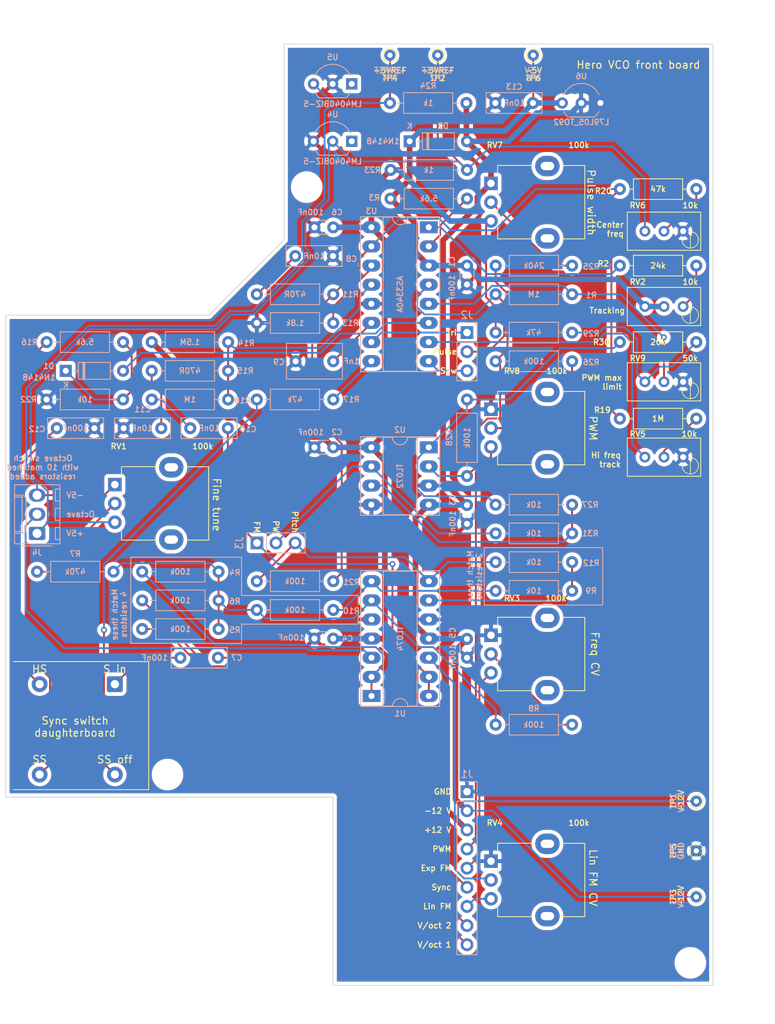
<source format=kicad_pcb>
(kicad_pcb (version 20211014) (generator pcbnew)
  (layers (0 "F.Cu" signal) (31 "B.Cu" signal) (34 "B.Paste" user) (35 "F.Paste" user) (36 "B.SilkS" user "B.Silkscreen") (37 "F.SilkS" user "F.Silkscreen") (38 "B.Mask" user) (39 "F.Mask" user) (44 "Edge.Cuts" user))
  (net 0 "")
  (net 1 "Board_0-+12V")
  (net 2 "Board_0--12V")
  (net 3 "Board_0--5V")
  (net 4 "Board_0-/Front PCB/+5V_REF")
  (net 5 "Board_0-/Front PCB/-5V_REF")
  (net 6 "Board_0-/Front PCB/CENTER_FREQ")
  (net 7 "Board_0-/Front PCB/CV_IN")
  (net 8 "Board_0-/Front PCB/CV_SUM")
  (net 9 "Board_0-/Front PCB/FINE_TUNE")
  (net 10 "Board_0-/Front PCB/FREQ_CV")
  (net 11 "Board_0-/Front PCB/HARD_SYNCA")
  (net 12 "Board_0-/Front PCB/HI_FREQ_TRACK")
  (net 13 "Board_0-/Front PCB/LINK_OUT_FM")
  (net 14 "Board_0-/Front PCB/LINK_OUT_PW")
  (net 15 "Board_0-/Front PCB/LIN_FM_CV")
  (net 16 "Board_0-/Front PCB/LIN_FM_IN")
  (net 17 "Board_0-/Front PCB/OCTAVE")
  (net 18 "Board_0-/Front PCB/PULSE_OUT")
  (net 19 "Board_0-/Front PCB/PULSE_WIDTH")
  (net 20 "Board_0-/Front PCB/PWM")
  (net 21 "Board_0-/Front PCB/PWMIN")
  (net 22 "Board_0-/Front PCB/SAW_OUT")
  (net 23 "Board_0-/Front PCB/SOFT_SYNCA")
  (net 24 "Board_0-/Front PCB/SOFT_SYNC_OFF")
  (net 25 "Board_0-/Front PCB/SYNC")
  (net 26 "Board_0-/Front PCB/SYNCA")
  (net 27 "Board_0-/Front PCB/TRIANGLE_OUT")
  (net 28 "Board_0-/Front PCB/V_OCT")
  (net 29 "Board_0-/Front PCB/V_OCT2")
  (net 30 "Board_0-CV_NODE")
  (net 31 "Board_0-GND")
  (net 32 "Board_0-HARD_SYNC")
  (net 33 "Board_0-HFT")
  (net 34 "Board_0-LIN_FM")
  (net 35 "Board_0-Net-(C10-Pad1)")
  (net 36 "Board_0-Net-(C11-Pad1)")
  (net 37 "Board_0-Net-(C8-Pad1)")
  (net 38 "Board_0-Net-(C9-Pad2)")
  (net 39 "Board_0-Net-(D1-Pad1)")
  (net 40 "Board_0-Net-(R10-Pad1)")
  (net 41 "Board_0-Net-(R10-Pad2)")
  (net 42 "Board_0-Net-(R12-Pad2)")
  (net 43 "Board_0-Net-(R13-Pad1)")
  (net 44 "Board_0-Net-(R2-Pad1)")
  (net 45 "Board_0-Net-(R2-Pad2)")
  (net 46 "Board_0-Net-(R25-Pad1)")
  (net 47 "Board_0-Net-(R27-Pad1)")
  (net 48 "Board_0-Net-(R27-Pad2)")
  (net 49 "Board_0-Net-(R29-Pad1)")
  (net 50 "Board_0-Net-(R3-Pad1)")
  (net 51 "Board_0-Net-(R4-Pad2)")
  (net 52 "Board_0-PWM_IN")
  (net 53 "Board_0-SOFT_SYNC")
  (footprint "ao_tht:R_Axial_DIN0207_L6.3mm_D2.5mm_P10.16mm_Horizontal" (layer "F.Cu") (at 183.43 86.24)
    (fp_text reference "R19")
    (fp_text value "1M")
  )
  (footprint "ao_tht:TestPoint_THTPad_D1.5mm_Drill0.7mm" (layer "F.Cu") (at 171.92 37.98 180)
    (fp_text reference "TP6")
    (fp_text value "-5V")
  )
  (footprint "herovco:SolderWire-round_1x01_D0.9mm_OD2.1mm" (layer "F.Cu") (at 106.3 121.5)
    (fp_text reference "J8" hide)
    (fp_text value "Conn_01x01" hide)
  )
  (footprint "ao_tht:MountingHole_3.2mm_M3" (layer "F.Cu") (at 192.8 158.5)
    (fp_text reference "H3" hide)
    (fp_text value "MountingHole")
  )
  (footprint "ao_tht:Potentiometer_Alpha_RD901F-40-00D_Single_Vertical_centered" (layer "F.Cu") (at 173.8 57.5)
    (fp_text reference "RV7")
    (fp_text value "100k")
  )
  (footprint "ao_tht:R_Axial_DIN0207_L6.3mm_D2.5mm_P10.16mm_Horizontal" (layer "F.Cu") (at 183.43 65.92)
    (fp_text reference "R2")
    (fp_text value "24k")
  )
  (footprint "ao_tht:MountingHole_3.2mm_M3" (layer "F.Cu") (at 141.8 55.5)
    (fp_text reference "H2" hide)
    (fp_text value "MountingHole")
  )
  (footprint "ao_tht:Potentiometer_Bourns_3296W_Vertical_screw_centered" (layer "F.Cu") (at 192.8 82.5)
    (fp_text reference "RV9")
    (fp_text value "50k")
  )
  (footprint "herovco:SolderWire-round_1x01_D0.9mm_OD2.1mm" (layer "F.Cu") (at 106.3 133.5)
    (fp_text reference "J7" hide)
    (fp_text value "Conn_01x01" hide)
  )
  (footprint "ao_tht:Potentiometer_Bourns_3296W_Vertical_screw_centered" (layer "F.Cu") (at 192.8 62.5)
    (fp_text reference "RV6")
    (fp_text value "10k")
  )
  (footprint "ao_tht:Potentiometer_Alpha_RD901F-40-00D_Single_Vertical_centered" (layer "F.Cu") (at 173.8 117.5)
    (fp_text reference "RV3")
    (fp_text value "100k")
  )
  (footprint "ao_tht:R_Axial_DIN0207_L6.3mm_D2.5mm_P10.16mm_Horizontal" (layer "F.Cu") (at 183.43 55.76)
    (fp_text reference "R20")
    (fp_text value "47k")
  )
  (footprint "ao_tht:Potentiometer_Alpha_RD901F-40-00D_Single_Vertical_centered" (layer "F.Cu") (at 123.8 97.5)
    (fp_text reference "RV1")
    (fp_text value "100k")
  )
  (footprint "ao_tht:Potentiometer_Alpha_RD901F-40-00D_Single_Vertical_centered" (layer "F.Cu") (at 173.8 87.5)
    (fp_text reference "RV8")
    (fp_text value "100k")
  )
  (footprint "ao_tht:TestPoint_THTPad_D1.5mm_Drill0.7mm" (layer "F.Cu") (at 159.22 37.98 180)
    (fp_text reference "TP2")
    (fp_text value "+5VREF")
  )
  (footprint "ao_tht:R_Axial_DIN0207_L6.3mm_D2.5mm_P10.16mm_Horizontal" (layer "F.Cu") (at 193.59 76.08 180)
    (fp_text reference "R30")
    (fp_text value "20k")
  )
  (footprint "ao_tht:TestPoint_THTPad_D1.5mm_Drill0.7mm" (layer "F.Cu") (at 193.59 137.04 90)
    (fp_text reference "TP1")
    (fp_text value "+12V")
  )
  (footprint "ao_tht:TestPoint_THTPad_D1.5mm_Drill0.7mm" (layer "F.Cu") (at 152.87 37.98 180)
    (fp_text reference "TP4")
    (fp_text value "-5VREF")
  )
  (footprint "ao_tht:Potentiometer_Bourns_3296W_Vertical_screw_centered" (layer "F.Cu") (at 192.8 72.5)
    (fp_text reference "RV2")
    (fp_text value "10k")
  )
  (footprint "ao_tht:Potentiometer_Bourns_3296W_Vertical_screw_centered" (layer "F.Cu") (at 192.8 92.5)
    (fp_text reference "RV5")
    (fp_text value "10k")
  )
  (footprint "herovco:SolderWire-round_1x01_D0.9mm_OD2.1mm" (layer "F.Cu") (at 116.3 133.5)
    (fp_text reference "J6" hide)
    (fp_text value "Conn_01x01" hide)
  )
  (footprint "ao_tht:Potentiometer_Alpha_RD901F-40-00D_Single_Vertical_centered" (layer "F.Cu") (at 173.8 147.5)
    (fp_text reference "RV4")
    (fp_text value "100k")
  )
  (footprint "ao_tht:MountingHole_3.2mm_M3" (layer "F.Cu") (at 123.3 133.5)
    (fp_text reference "H1" hide)
    (fp_text value "MountingHole")
  )
  (footprint "ao_tht:Board_Marker" (layer "F.Cu") (at 157.065 36.5)
    (fp_text reference "B1")
    (fp_text value "Board")
  )
  (footprint "ao_tht:TestPoint_THTPad_D1.5mm_Drill0.7mm" (layer "F.Cu") (at 193.59 143.63 90)
    (fp_text reference "TP5")
    (fp_text value "GND")
  )
  (footprint "Connector_Wire:SolderWire-0.5sqmm_1x01_D0.9mm_OD2.1mm" (layer "F.Cu") (at 116.3 121.5)
    (fp_text reference "J5" hide)
    (fp_text value "Wire pads" hide)
  )
  (footprint "ao_tht:TestPoint_THTPad_D1.5mm_Drill0.7mm" (layer "F.Cu") (at 193.59 149.74 90)
    (fp_text reference "TP3")
    (fp_text value "-12V")
  )
  (footprint "ao_tht:R_Axial_DIN0207_L6.3mm_D2.5mm_P10.16mm_Horizontal" (layer "B.Cu") (at 177.08 109.1 180)
    (fp_text reference "R9")
    (fp_text value "10k")
  )
  (footprint "ao_tht:R_Axial_DIN0207_L6.3mm_D2.5mm_P10.16mm_Horizontal" (layer "B.Cu") (at 145.33 73.54 180)
    (fp_text reference "R13")
    (fp_text value "1.8k")
  )
  (footprint "ao_tht:C_Rect_L7.2mm_W2.5mm_P5.00mm_FKS2_FKP2_MKS2_MKP2" (layer "B.Cu") (at 113.58 87.51 180)
    (fp_text reference "C12")
    (fp_text value "100nF")
  )
  (footprint "ao_tht:R_Axial_DIN0207_L6.3mm_D2.5mm_P10.16mm_Horizontal" (layer "B.Cu") (at 145.33 111.64 180)
    (fp_text reference "R10")
    (fp_text value "100k")
  )
  (footprint "Connector_PinHeader_2.54mm:PinHeader_1x03_P2.54mm_Vertical" (layer "B.Cu") (at 163.11 74.81 180)
    (fp_text reference "J2")
    (fp_text value "Conn_01x03")
  )
  (footprint "ao_tht:R_Axial_DIN0207_L6.3mm_D2.5mm_P10.16mm_Horizontal" (layer "B.Cu") (at 145.33 69.73 180)
    (fp_text reference "R11")
    (fp_text value "470R")
  )
  (footprint "ao_tht:R_Axial_DIN0207_L6.3mm_D2.5mm_P10.16mm_Horizontal" (layer "B.Cu") (at 131.36 83.7 180)
    (fp_text reference "R18")
    (fp_text value "1M")
  )
  (footprint "ao_tht:C_Rect_L7.2mm_W2.5mm_P5.00mm_FKS2_FKP2_MKS2_MKP2" (layer "B.Cu") (at 122.47 87.51 180)
    (fp_text reference "C11")
    (fp_text value "10nF")
  )
  (footprint "ao_tht:TO-92_Inline_Wide" (layer "B.Cu") (at 147.79 49.41 180)
    (fp_text reference "U4")
    (fp_text value "LM4040BIZ-5")
  )
  (footprint "ao_tht:DIP-16_W7.62mm_Socket_LongPads" (layer "B.Cu") (at 158.02 60.83 180)
    (fp_text reference "U3")
    (fp_text value "AS3340A")
  )
  (footprint "ao_tht:R_Axial_DIN0207_L6.3mm_D2.5mm_P10.16mm_Horizontal" (layer "B.Cu") (at 166.92 105.29)
    (fp_text reference "R12")
    (fp_text value "10k")
  )
  (footprint "ao_tht:R_Axial_DIN0207_L6.3mm_D2.5mm_P10.16mm_Horizontal" (layer "B.Cu") (at 166.92 101.48)
    (fp_text reference "R31")
    (fp_text value "10k")
  )
  (footprint "Capacitor_THT:C_Rect_L7.2mm_W4.5mm_P5.00mm_FKS2_FKP2_MKS2_MKP2" (layer "B.Cu") (at 140.33 78.62)
    (fp_text reference "C9")
    (fp_text value "1nF")
  )
  (footprint "ao_tht:R_Axial_DIN0207_L6.3mm_D2.5mm_P10.16mm_Horizontal" (layer "B.Cu") (at 152.95 53.22)
    (fp_text reference "R23")
    (fp_text value "1k")
  )
  (footprint "ao_tht:R_Axial_DIN0207_L6.3mm_D2.5mm_P10.16mm_Horizontal" (layer "B.Cu") (at 145.33 83.7 180)
    (fp_text reference "R17")
    (fp_text value "47k")
  )
  (footprint "Connector_PinHeader_2.54mm:PinHeader_1x09_P2.54mm_Vertical" (layer "B.Cu") (at 163.11 135.77 180)
    (fp_text reference "J1")
    (fp_text value "Conn_01x09")
  )
  (footprint "ao_tht:R_Axial_DIN0207_L6.3mm_D2.5mm_P10.16mm_Horizontal" (layer "B.Cu") (at 166.92 78.62)
    (fp_text reference "R26")
    (fp_text value "100k")
  )
  (footprint "ao_tht:DIP-14_W7.62mm_Socket_LongPads" (layer "B.Cu") (at 150.42 123.07)
    (fp_text reference "U1")
    (fp_text value "TL074")
  )
  (footprint "ao_tht:Molex_KK-254_AE-6410-03A_1x03_P2.54mm_Vertical" (layer "B.Cu") (at 105.96 101.48 90)
    (fp_text reference "J4")
    (fp_text value "3_pin_Molex_header")
  )
  (footprint "ao_tht:R_Axial_DIN0207_L6.3mm_D2.5mm_P10.16mm_Horizontal" (layer "B.Cu") (at 131.36 79.89 180)
    (fp_text reference "R15")
    (fp_text value "470R")
  )
  (footprint "ao_tht:R_Axial_DIN0207_L6.3mm_D2.5mm_P10.16mm_Horizontal" (layer "B.Cu") (at 145.33 107.83 180)
    (fp_text reference "R21")
    (fp_text value "100k")
  )
  (footprint "ao_tht:C_Rect_L7.2mm_W2.5mm_P5.00mm_FKS2_FKP2_MKS2_MKP2" (layer "B.Cu") (at 125.01 117.99)
    (fp_text reference "C7")
    (fp_text value "100nF")
  )
  (footprint "ao_tht:C_Disc_D3.0mm_W1.6mm_P2.50mm" (layer "B.Cu") (at 145.33 90.05 180)
    (fp_text reference "C2")
    (fp_text value "100nF")
  )
  (footprint "ao_tht:R_Axial_DIN0207_L6.3mm_D2.5mm_P10.16mm_Horizontal" (layer "B.Cu") (at 177.08 74.81 180)
    (fp_text reference "R29")
    (fp_text value "47k")
  )
  (footprint "ao_tht:C_Disc_D3.0mm_W1.6mm_P2.50mm" (layer "B.Cu") (at 163.11 117.99 90)
    (fp_text reference "C5")
    (fp_text value "100nF")
  )
  (footprint "ao_tht:R_Axial_DIN0207_L6.3mm_D2.5mm_P10.16mm_Horizontal" (layer "B.Cu") (at 166.92 126.88)
    (fp_text reference "R8")
    (fp_text value "100k")
  )
  (footprint "ao_tht:R_Axial_DIN0207_L6.3mm_D2.5mm_P10.16mm_Horizontal" (layer "B.Cu") (at 121.2 76.08)
    (fp_text reference "R14")
    (fp_text value "1.5M")
  )
  (footprint "ao_tht:DIP-8_W7.62mm_Socket_LongPads" (layer "B.Cu") (at 158.02 90.05 180)
    (fp_text reference "U2")
    (fp_text value "TL072")
  )
  (footprint "ao_tht:C_Rect_L7.2mm_W2.5mm_P5.00mm_FKS2_FKP2_MKS2_MKP2" (layer "B.Cu") (at 166.88 44.33)
    (fp_text reference "C13")
    (fp_text value "10nF")
  )
  (footprint "Connector_PinHeader_2.54mm:PinHeader_1x03_P2.54mm_Vertical" (layer "B.Cu") (at 135.185 102.75 -90)
    (fp_text reference "J3")
    (fp_text value "Conn_01x03")
  )
  (footprint "ao_tht:R_Axial_DIN0207_L6.3mm_D2.5mm_P10.16mm_Horizontal" (layer "B.Cu") (at 130.09 110.37 180)
    (fp_text reference "R6")
    (fp_text value "100k")
  )
  (footprint "ao_tht:R_Axial_DIN0207_L6.3mm_D2.5mm_P10.16mm_Horizontal" (layer "B.Cu") (at 163.11 57.03 180)
    (fp_text reference "R3")
    (fp_text value "5.6k")
  )
  (footprint "ao_tht:D_DO-35_SOD27_P7.62mm_Horizontal" (layer "B.Cu") (at 155.49 49.41)
    (fp_text reference "D2")
    (fp_text value "1N4148")
  )
  (footprint "ao_tht:R_Axial_DIN0207_L6.3mm_D2.5mm_P10.16mm_Horizontal" (layer "B.Cu") (at 152.87 44.33)
    (fp_text reference "R24")
    (fp_text value "1k")
  )
  (footprint "ao_tht:R_Axial_DIN0207_L6.3mm_D2.5mm_P10.16mm_Horizontal" (layer "B.Cu") (at 130.09 106.56 180)
    (fp_text reference "R4")
    (fp_text value "100k")
  )
  (footprint "ao_tht:R_Axial_DIN0207_L6.3mm_D2.5mm_P10.16mm_Horizontal" (layer "B.Cu") (at 116.12 106.56 180)
    (fp_text reference "R7")
    (fp_text value "470k")
  )
  (footprint "ao_tht:C_Rect_L7.2mm_W2.5mm_P5.00mm_FKS2_FKP2_MKS2_MKP2" (layer "B.Cu") (at 140.29 64.65)
    (fp_text reference "C8")
    (fp_text value "10nF")
  )
  (footprint "ao_tht:C_Disc_D3.0mm_W1.6mm_P2.50mm" (layer "B.Cu") (at 163.11 65.92 -90)
    (fp_text reference "C1")
    (fp_text value "100nF")
  )
  (footprint "ao_tht:D_DO-35_SOD27_P7.62mm_Horizontal" (layer "B.Cu") (at 109.77 79.89)
    (fp_text reference "D1")
    (fp_text value "1N4148")
  )
  (footprint "ao_tht:R_Axial_DIN0207_L6.3mm_D2.5mm_P10.16mm_Horizontal" (layer "B.Cu") (at 163.11 83.7 -90)
    (fp_text reference "R28")
    (fp_text value "100k")
  )
  (footprint "ao_tht:R_Axial_DIN0207_L6.3mm_D2.5mm_P10.16mm_Horizontal" (layer "B.Cu") (at 166.92 65.92)
    (fp_text reference "R25")
    (fp_text value "240k")
  )
  (footprint "ao_tht:R_Axial_DIN0207_L6.3mm_D2.5mm_P10.16mm_Horizontal" (layer "B.Cu") (at 117.39 76.08 180)
    (fp_text reference "R16")
    (fp_text value "5.6k")
  )
  (footprint "ao_tht:C_Disc_D3.0mm_W1.6mm_P2.50mm" (layer "B.Cu") (at 163.11 100.21 90)
    (fp_text reference "C3")
    (fp_text value "100nF")
  )
  (footprint "ao_tht:TO-92_Inline_Wide" (layer "B.Cu") (at 180.85 44.33 180)
    (fp_text reference "U6")
    (fp_text value "L79L05_TO92")
  )
  (footprint "ao_tht:C_Disc_D3.0mm_W1.6mm_P2.50mm" (layer "B.Cu") (at 145.33 115.45 180)
    (fp_text reference "C4")
    (fp_text value "100nF")
  )
  (footprint "ao_tht:TO-92_Inline_Wide" (layer "B.Cu") (at 147.79 41.79 180)
    (fp_text reference "U5")
    (fp_text value "LM4040BIZ-5")
  )
  (footprint "ao_tht:R_Axial_DIN0207_L6.3mm_D2.5mm_P10.16mm_Horizontal" (layer "B.Cu") (at 166.92 69.73)
    (fp_text reference "R1")
    (fp_text value "1M")
  )
  (footprint "ao_tht:R_Axial_DIN0207_L6.3mm_D2.5mm_P10.16mm_Horizontal" (layer "B.Cu") (at 177.08 97.67 180)
    (fp_text reference "R27")
    (fp_text value "10k")
  )
  (footprint "ao_tht:C_Disc_D3.0mm_W1.6mm_P2.50mm" (layer "B.Cu") (at 145.33 60.84 180)
    (fp_text reference "C6")
    (fp_text value "100nF")
  )
  (footprint "ao_tht:R_Axial_DIN0207_L6.3mm_D2.5mm_P10.16mm_Horizontal" (layer "B.Cu") (at 107.23 83.7)
    (fp_text reference "R22")
    (fp_text value "10k")
  )
  (footprint "ao_tht:C_Rect_L7.2mm_W2.5mm_P5.00mm_FKS2_FKP2_MKS2_MKP2" (layer "B.Cu") (at 126.32 87.51)
    (fp_text reference "C10")
    (fp_text value "10nF")
  )
  (footprint "ao_tht:R_Axial_DIN0207_L6.3mm_D2.5mm_P10.16mm_Horizontal" (layer "B.Cu") (at 130.09 114.18 180)
    (fp_text reference "R5")
    (fp_text value "100k")
  )
  (gr_line (start 133.144 116.07) (end 133.144 113.53) (layer "B.SilkS") (width 0.12))
  (gr_line (start 133.144 104.64) (end 118.412 104.64) (layer "B.SilkS") (width 0.12))
  (gr_line (start 133.144 109.72) (end 133.144 104.64) (layer "B.SilkS") (width 0.12))
  (gr_line (start 148.638 110.99) (end 148.638 109.72) (layer "B.SilkS") (width 0.12))
  (gr_line (start 165.402 103.37) (end 165.402 110.99) (layer "B.SilkS") (width 0.12))
  (gr_line (start 133.144 113.53) (end 148.638 113.53) (layer "B.SilkS") (width 0.12))
  (gr_line (start 118.412 116.07) (end 133.144 116.07) (layer "B.SilkS") (width 0.12))
  (gr_line (start 181.15 110.99) (end 181.15 103.37) (layer "B.SilkS") (width 0.12))
  (gr_line (start 148.638 109.72) (end 133.144 109.72) (layer "B.SilkS") (width 0.12))
  (gr_line (start 148.638 113.53) (end 148.638 112.26) (layer "B.SilkS") (width 0.12))
  (gr_line (start 118.412 104.64) (end 118.412 116.07) (layer "B.SilkS") (width 0.12))
  (gr_line (start 181.15 103.37) (end 165.402 103.37) (layer "B.SilkS") (width 0.12))
  (gr_line (start 165.402 110.99) (end 181.15 110.99) (layer "B.SilkS") (width 0.12))
  (gr_line (start 120.8 118.5) (end 102.8 118.5) (layer "F.SilkS") (width 0.12))
  (gr_line (start 120.8 135.5) (end 102.8 135.5) (layer "F.SilkS") (width 0.12))
  (gr_line (start 120.8 118.5) (end 120.8 135.5) (layer "F.SilkS") (width 0.12))
  (gr_line (start 195.800707 36.499292) (end 195.800707 161.500707) (layer "Edge.Cuts") (width 0.1))
  (gr_line (start 145.299 136.501) (end 101.799 136.5) (layer "Edge.Cuts") (width 0.1))
  (gr_line (start 138.799617 36.499076) (end 195.800707 36.499292) (layer "Edge.Cuts") (width 0.1))
  (gr_line (start 145.299709 161.500956) (end 145.299 136.501) (layer "Edge.Cuts") (width 0.1))
  (gr_line (start 101.799292 72.499292) (end 128.799585 72.499) (layer "Edge.Cuts") (width 0.1))
  (gr_line (start 195.800707 161.500707) (end 145.299709 161.500956) (layer "Edge.Cuts") (width 0.1))
  (gr_line (start 101.799 136.5) (end 101.799292 72.499292) (layer "Edge.Cuts") (width 0.1))
  (gr_line (start 128.799585 72.499) (end 138.799 62.499585) (layer "Edge.Cuts") (width 0.1))
  (gr_line (start 138.799 62.499585) (end 138.799617 36.499076) (layer "Edge.Cuts") (width 0.1))
  (gr_text "+5V" (at 109.77 101.48) (layer "B.SilkS") (effects (font (size 0.75 0.75)) (justify right mirror)))
  (gr_text "Octave switch\nwith 10 matched\nresistors added" (at 106.728 92.702) (layer "B.SilkS") (effects (font (size 0.75 0.75)) (justify mirror)))
  (gr_text "Match these\n4 resistors" (at 116.888 112.26 90) (layer "B.SilkS") (effects (font (size 0.75 0.75)) (justify mirror)))
  (gr_text "-5V" (at 109.77 96.4) (layer "B.SilkS") (effects (font (size 0.75 0.75)) (justify right mirror)))
  (gr_text "Octave" (at 109.77 98.94) (layer "B.SilkS") (effects (font (size 0.75 0.75)) (justify right mirror)))
  (gr_text "Match these\n2 resistors" (at 164.132 107.18 90) (layer "B.SilkS") (effects (font (size 0.75 0.75)) (justify mirror)))
  (gr_text "PWM max\nlimit" (at 183.771 81.414) (layer "F.SilkS") (effects (font (size 0.75 0.75)) (justify right)))
  (gr_text "FM" (at 135.17 101.48 270) (layer "F.SilkS") (effects (font (size 0.75 0.75)) (justify right)))
  (gr_text "SS off" (at 116.3 131.5) (layer "F.SilkS") (effects (font (size 1 1))))
  (gr_text "Sync" (at 161.11 148.47) (layer "F.SilkS") (effects (font (size 0.75 0.75)) (justify right)))
  (gr_text "Center\nfreq" (at 184.025 61.094) (layer "F.SilkS") (effects (font (size 0.75 0.75)) (justify right)))
  (gr_text "Lin FM CV" (at 179.874 147.2 -90) (layer "F.SilkS") (effects (font (size 1 1))))
  (gr_text "V/oct 1" (at 161.11 156.09) (layer "F.SilkS") (effects (font (size 0.75 0.75)) (justify right)))
  (gr_text "GND" (at 161.11 135.77) (layer "F.SilkS") (effects (font (size 0.75 0.75)) (justify right)))
  (gr_text "HS" (at 106.3 119.5) (layer "F.SilkS") (effects (font (size 1 1))))
  (gr_text "Fine tune" (at 129.836 97.67 -90) (layer "F.SilkS") (effects (font (size 1 1))))
  (gr_text "PW" (at 137.71 101.48 270) (layer "F.SilkS") (effects (font (size 0.75 0.75)) (justify right)))
  (gr_text "Saw" (at 161.84 79.89) (layer "F.SilkS") (effects (font (size 0.75 0.75)) (justify right)))
  (gr_text "SS" (at 106.3 131.5) (layer "F.SilkS") (effects (font (size 1 1))))
  (gr_text "-12 V" (at 161.11 138.31) (layer "F.SilkS") (effects (font (size 0.75 0.75)) (justify right)))
  (gr_text "V/oct 2" (at 161.11 153.55) (layer "F.SilkS") (effects (font (size 0.75 0.75)) (justify right)))
  (gr_text "Lin FM" (at 161.11 151.01) (layer "F.SilkS") (effects (font (size 0.75 0.75)) (justify right)))
  (gr_text "S in" (at 116.3 119.5) (layer "F.SilkS") (effects (font (size 1 1))))
  (gr_text "+12 V" (at 161.11 140.85) (layer "F.SilkS") (effects (font (size 0.75 0.75)) (justify right)))
  (gr_text "Hi freq\ntrack" (at 183.644 91.701) (layer "F.SilkS") (effects (font (size 0.75 0.75)) (justify right)))
  (gr_text "Pitch" (at 140.25 101.48 270) (layer "F.SilkS") (effects (font (size 0.75 0.75)) (justify right)))
  (gr_text "Exp FM" (at 161.11 145.93) (layer "F.SilkS") (effects (font (size 0.75 0.75)) (justify right)))
  (gr_text "Tracking" (at 181.739 71.889) (layer "F.SilkS") (effects (font (size 0.75 0.75))))
  (gr_text "Pulse width" (at 179.62 57.538 -90) (layer "F.SilkS") (effects (font (size 1 1))))
  (gr_text "Freq CV" (at 180.128 117.482 270) (layer "F.SilkS") (effects (font (size 1 1))))
  (gr_text "Hero VCO front board" (at 185.89 39.26) (layer "F.SilkS") (effects (font (size 1 1))))
  (gr_text "Pulse" (at 161.84 77.35) (layer "F.SilkS") (effects (font (size 0.75 0.75)) (justify right)))
  (gr_text "Sync switch\ndaughterboard" (at 111.01 127.15) (layer "F.SilkS") (effects (font (size 1 1))))
  (gr_text "PWM" (at 161.11 143.39) (layer "F.SilkS") (effects (font (size 0.75 0.75)) (justify right)))
  (gr_text "Tri" (at 161.84 74.81) (layer "F.SilkS") (effects (font (size 0.75 0.75)) (justify right)))
  (gr_text "PWM" (at 179.874 87.51 -90) (layer "F.SilkS") (effects (font (size 1 1))))
  (segment (start 150.4 90.05) (end 152.17452 88.27548) (width 0.75) (layer "F.Cu") (net 1))
  (segment (start 165.65 70.111) (end 166.92 71.381) (width 0.25) (layer "F.Cu") (net 1))
  (segment (start 150.4 60.83) (end 150.4 55.77) (width 0.75) (layer "F.Cu") (net 1))
  (segment (start 156.26548 134.00548) (end 163.11 140.85) (width 0.75) (layer "F.Cu") (net 1))
  (segment (start 131.255489 86.135489) (end 121.2 76.08) (width 0.75) (layer "F.Cu") (net 1))
  (segment (start 151.934 115.45) (end 152.19452 115.18948) (width 0.75) (layer "F.Cu") (net 1))
  (segment (start 166.3 60) (end 165.65 60.65) (width 0.25) (layer "F.Cu") (net 1))
  (segment (start 135.13 88.675489) (end 132.59 86.135489) (width 0.75) (layer "F.Cu") (net 1))
  (segment (start 150.4 90.05) (end 152.19452 91.84452) (width 0.75) (layer "F.Cu") (net 1))
  (segment (start 152.19452 115.83752) (end 156.26548 119.90848) (width 0.75) (layer "F.Cu") (net 1))
  (segment (start 156.26548 119.90848) (end 156.26548 134.00548) (width 0.75) (layer "F.Cu") (net 1))
  (segment (start 165.65 60.65) (end 165.65 70.111) (width 0.25) (layer "F.Cu") (net 1))
  (segment (start 166.92 71.381) (end 166.92 74.81) (width 0.25) (layer "F.Cu") (net 1))
  (segment (start 152.17452 62.60452) (end 150.4 60.83) (width 0.75) (layer "F.Cu") (net 1))
  (segment (start 150.42 115.45) (end 151.934 115.45) (width 0.75) (layer "F.Cu") (net 1))
  (segment (start 132.59 86.135489) (end 131.255489 86.135489) (width 0.75) (layer "F.Cu") (net 1))
  (segment (start 150.4 55.77) (end 152.95 53.22) (width 0.75) (layer "F.Cu") (net 1))
  (segment (start 145.33 90.05) (end 143.955489 88.675489) (width 0.75) (layer "F.Cu") (net 1))
  (segment (start 152.17452 88.27548) (end 152.17452 62.60452) (width 0.75) (layer "F.Cu") (net 1))
  (segment (start 152.19452 91.84452) (end 152.19452 115.18948) (width 0.75) (layer "F.Cu") (net 1))
  (segment (start 143.955489 88.675489) (end 135.13 88.675489) (width 0.75) (layer "F.Cu") (net 1))
  (segment (start 152.19452 115.18948) (end 152.19452 115.83752) (width 0.75) (layer "F.Cu") (net 1))
  (segment (start 160.86137 60) (end 166.3 60) (width 0.75) (layer "B.Cu") (net 1))
  (segment (start 152.95 53.22) (end 154.08137 53.22) (width 0.75) (layer "B.Cu") (net 1))
  (segment (start 150.4 90.05) (end 145.33 90.05) (width 0.75) (layer "B.Cu") (net 1))
  (segment (start 162.71899 137.04) (end 161.935489 137.823501) (width 0.25) (layer "B.Cu") (net 1))
  (segment (start 154.08137 53.22) (end 160.86137 60) (width 0.75) (layer "B.Cu") (net 1))
  (segment (start 150.42 115.45) (end 145.33 115.45) (width 0.75) (layer "B.Cu") (net 1))
  (segment (start 161.935489 139.675489) (end 163.11 140.85) (width 0.25) (layer "B.Cu") (net 1))
  (segment (start 150.4 60.83) (end 145.34 60.83) (width 0.75) (layer "B.Cu") (net 1))
  (segment (start 161.935489 137.823501) (end 161.935489 139.675489) (width 0.25) (layer "B.Cu") (net 1))
  (segment (start 193.59 137.04) (end 162.71899 137.04) (width 0.25) (layer "B.Cu") (net 1))
  (segment (start 166.3 52.6) (end 166.3 55) (width 0.75) (layer "F.Cu") (net 2))
  (segment (start 161.586 136.786) (end 163.11 138.31) (width 0.75) (layer "F.Cu") (net 2))
  (segment (start 163.03 44.33) (end 163.03 49.33) (width 0.75) (layer "F.Cu") (net 2))
  (segment (start 164.484511 58.003768) (end 159.935 62.553279) (width 0.75) (layer "F.Cu") (net 2))
  (segment (start 156.26548 113.67548) (end 158.04 115.45) (width 0.75) (layer "F.Cu") (net 2))
  (segment (start 161.586 117.014) (end 161.586 136.786) (width 0.75) (layer "F.Cu") (net 2))
  (segment (start 164.484511 56.815489) (end 164.484511 58.003768) (width 0.75) (layer "F.Cu") (net 2))
  (segment (start 156.26548 99.42452) (end 156.26548 113.67548) (width 0.75) (layer "F.Cu") (net 2))
  (segment (start 163.11 115.49) (end 161.586 117.014) (width 0.75) (layer "F.Cu") (net 2))
  (segment (start 158.02 97.67) (end 156.26548 99.42452) (width 0.75) (layer "F.Cu") (net 2))
  (segment (start 159.935 62.553279) (end 159.935 94.535) (width 0.75) (layer "F.Cu") (net 2))
  (segment (start 166.3 55) (end 164.484511 56.815489) (width 0.75) (layer "F.Cu") (net 2))
  (segment (start 159.935 94.535) (end 163.11 97.71) (width 0.75) (layer "F.Cu") (net 2))
  (segment (start 163.11 49.41) (end 166.3 52.6) (width 0.75) (layer "F.Cu") (net 2))
  (segment (start 163.11 97.71) (end 158.06 97.71) (width 0.75) (layer "B.Cu") (net 2))
  (segment (start 176.98548 45.65452) (end 178.31 44.33) (width 0.75) (layer "B.Cu") (net 2))
  (segment (start 158.04 115.45) (end 163.07 115.45) (width 0.75) (layer "B.Cu") (net 2))
  (segment (start 166.539 138.31) (end 163.11 138.31) (width 0.25) (layer "B.Cu") (net 2))
  (segment (start 193.59 149.74) (end 177.969 149.74) (width 0.25) (layer "B.Cu") (net 2))
  (segment (start 177.969 149.74) (end 166.539 138.31) (width 0.25) (layer "B.Cu") (net 2))
  (segment (start 163.11 49.41) (end 168.618 49.41) (width 0.75) (layer "B.Cu") (net 2))
  (segment (start 172.37348 45.65452) (end 176.98548 45.65452) (width 0.75) (layer "B.Cu") (net 2))
  (segment (start 168.618 49.41) (end 172.37348 45.65452) (width 0.75) (layer "B.Cu") (net 2))
  (segment (start 152.95 57.03) (end 156.245489 60.325489) (width 0.75) (layer "F.Cu") (net 3))
  (segment (start 155.49 54.49) (end 152.95 57.03) (width 0.75) (layer "F.Cu") (net 3))
  (segment (start 171.92 37.98) (end 171.92 44.29) (width 0.25) (layer "F.Cu") (net 3))
  (segment (start 171.92 44.29) (end 171.88 44.33) (width 0.25) (layer "F.Cu") (net 3))
  (segment (start 156.245489 60.325489) (end 156.245489 64.135489) (width 0.75) (layer "F.Cu") (net 3))
  (segment (start 155.49 49.41) (end 155.49 54.49) (width 0.75) (layer "F.Cu") (net 3))
  (segment (start 156.245489 64.135489) (end 158.02 65.91) (width 0.75) (layer "F.Cu") (net 3))
  (segment (start 164.934021 67.744021) (end 183.154021 67.744021) (width 0.75) (layer "B.Cu") (net 3))
  (segment (start 155.49 49.41) (end 156.864511 48.035489) (width 0.75) (layer "B.Cu") (net 3))
  (segment (start 183.154021 67.744021) (end 186.76 71.35) (width 0.75) (layer "B.Cu") (net 3))
  (segment (start 189.3 71.35) (end 186.76 71.35) (width 0.75) (layer "B.Cu") (net 3))
  (segment (start 163.11 65.92) (end 164.934021 67.744021) (width 0.75) (layer "B.Cu") (net 3))
  (segment (start 156.864511 48.035489) (end 168.174511 48.035489) (width 0.75) (layer "B.Cu") (net 3))
  (segment (start 168.174511 48.035489) (end 171.88 44.33) (width 0.75) (layer "B.Cu") (net 3))
  (segment (start 175.73 44.33) (end 171.88 44.33) (width 0.75) (layer "B.Cu") (net 3))
  (segment (start 158.02 65.91) (end 163.1 65.91) (width 0.75) (layer "B.Cu") (net 3))
  (segment (start 163.11 53.22) (end 159.22 49.33) (width 0.25) (layer "F.Cu") (net 4))
  (segment (start 159.22 49.33) (end 159.22 37.98) (width 0.25) (layer "F.Cu") (net 4))
  (segment (start 131.769511 72.415489) (end 129.814489 74.370511) (width 0.25) (layer "B.Cu") (net 4))
  (segment (start 142.14351 64.082806) (end 142.14351 65.022494) (width 0.25) (layer "B.Cu") (net 4))
  (segment (start 141.635511 63.574807) (end 142.14351 64.082806) (width 0.25) (layer "B.Cu") (net 4))
  (segment (start 145.25 49.41) (end 144.742 49.918) (width 0.25) (layer "B.Cu") (net 4))
  (segment (start 144.742 49.918) (end 144.742 57.157704) (width 0.25) (layer "B.Cu") (net 4))
  (segment (start 186.76 61.35) (end 186.76 54.344) (width 0.25) (layer "B.Cu") (net 4))
  (segment (start 113.003489 74.370511) (end 105.118 82.256) (width 0.25) (layer "B.Cu") (net 4))
  (segment (start 147.935489 52.095489) (end 161.985489 52.095489) (width 0.25) (layer "B.Cu") (net 4))
  (segment (start 186.76 54.344) (end 182.525511 50.109511) (width 0.25) (layer "B.Cu") (net 4))
  (segment (start 166.220489 50.109511) (end 163.11 53.22) (width 0.25) (layer "B.Cu") (net 4))
  (segment (start 129.814489 74.370511) (end 113.003489 74.370511) (width 0.25) (layer "B.Cu") (net 4))
  (segment (start 182.525511 50.109511) (end 166.220489 50.109511) (width 0.25) (layer "B.Cu") (net 4))
  (segment (start 105.118 93.638694) (end 107.38452 95.905214) (width 0.25) (layer "B.Cu") (net 4))
  (segment (start 147.935489 52.095489) (end 145.25 49.41) (width 0.25) (layer "B.Cu") (net 4))
  (segment (start 107.38452 95.905214) (end 107.38452 100.05548) (width 0.25) (layer "B.Cu") (net 4))
  (segment (start 142.14351 65.022494) (end 134.750515 72.415489) (width 0.25) (layer "B.Cu") (net 4))
  (segment (start 107.44 100) (end 116.3 100) (width 0.25) (layer "B.Cu") (net 4))
  (segment (start 134.750515 72.415489) (end 131.769511 72.415489) (width 0.25) (layer "B.Cu") (net 4))
  (segment (start 105.118 82.256) (end 105.118 93.638694) (width 0.25) (layer "B.Cu") (net 4))
  (segment (start 163.11 53.22) (end 161.985489 52.095489) (width 0.25) (layer "B.Cu") (net 4))
  (segment (start 144.742 57.157704) (end 141.635511 60.264193) (width 0.25) (layer "B.Cu") (net 4))
  (segment (start 107.38452 100.05548) (end 107.44 100) (width 0.25) (layer "B.Cu") (net 4))
  (segment (start 141.635511 60.264193) (end 141.635511 63.574807) (width 0.25) (layer "B.Cu") (net 4))
  (segment (start 107.38452 100.05548) (end 105.96 101.48) (width 0.25) (layer "B.Cu") (net 4))
  (segment (start 152.87 44.33) (end 152.87 37.98) (width 0.25) (layer "F.Cu") (net 5))
  (segment (start 114.9 96.4) (end 116.3 95) (width 0.25) (layer "F.Cu") (net 5))
  (segment (start 105.96 96.4) (end 114.9 96.4) (width 0.25) (layer "F.Cu") (net 5))
  (segment (start 134.564321 71.965979) (end 131.583317 71.965979) (width 0.25) (layer "B.Cu") (net 5))
  (segment (start 141.186 63.9557) (end 141.414511 64.184211) (width 0.25) (layer "B.Cu") (net 5))
  (segment (start 112.817282 73.921) (end 104.53548 82.202802) (width 0.25) (layer "B.Cu") (net 5))
  (segment (start 105.96 95.13) (end 105.96 96.4) (width 0.25) (layer "B.Cu") (net 5))
  (segment (start 141.414511 64.184211) (end 141.414511 65.115789) (width 0.25) (layer "B.Cu") (net 5))
  (segment (start 145.25 44.33) (end 142.71 41.79) (width 0.25) (layer "B.Cu") (net 5))
  (segment (start 104.53548 93.70548) (end 105.96 95.13) (width 0.25) (layer "B.Cu") (net 5))
  (segment (start 152.87 44.33) (end 145.25 44.33) (width 0.25) (layer "B.Cu") (net 5))
  (segment (start 131.583317 71.965979) (end 129.628296 73.921) (width 0.25) (layer "B.Cu") (net 5))
  (segment (start 129.628296 73.921) (end 112.817282 73.921) (width 0.25) (layer "B.Cu") (net 5))
  (segment (start 144.175489 45.404511) (end 144.175489 57.088511) (width 0.25) (layer "B.Cu") (net 5))
  (segment (start 144.175489 57.088511) (end 141.186 60.078) (width 0.25) (layer "B.Cu") (net 5))
  (segment (start 141.186 60.078) (end 141.186 63.9557) (width 0.25) (layer "B.Cu") (net 5))
  (segment (start 104.53548 82.202802) (end 104.53548 93.70548) (width 0.25) (layer "B.Cu") (net 5))
  (segment (start 145.25 44.33) (end 144.175489 45.404511) (width 0.25) (layer "B.Cu") (net 5))
  (segment (start 141.414511 65.115789) (end 134.564321 71.965979) (width 0.25) (layer "B.Cu") (net 5))
  (segment (start 193.59 55.76) (end 193.59 57.06) (width 0.25) (layer "F.Cu") (net 6))
  (segment (start 193.59 57.06) (end 189.3 61.35) (width 0.25) (layer "F.Cu") (net 6))
  (segment (start 164.761 121.539) (end 166.3 120) (width 0.25) (layer "F.Cu") (net 7))
  (segment (start 163.11 145.93) (end 164.761 144.279) (width 0.25) (layer "F.Cu") (net 7))
  (segment (start 164.761 144.279) (end 164.761 121.539) (width 0.25) (layer "F.Cu") (net 7))
  (segment (start 140.265 102.75) (end 135.185 107.83) (width 0.25) (layer "F.Cu") (net 8))
  (segment (start 158.04 107.83) (end 154.865 104.655) (width 0.25) (layer "B.Cu") (net 8))
  (segment (start 160.58 105.29) (end 158.04 107.83) (width 0.25) (layer "B.Cu") (net 8))
  (segment (start 154.865 104.655) (end 142.17 104.655) (width 0.25) (layer "B.Cu") (net 8))
  (segment (start 142.17 104.655) (end 140.265 102.75) (width 0.25) (layer "B.Cu") (net 8))
  (segment (start 166.92 105.29) (end 160.58 105.29) (width 0.25) (layer "B.Cu") (net 8))
  (segment (start 105.96 106.56) (end 107.24 106.56) (width 0.25) (layer "F.Cu") (net 9))
  (segment (start 107.24 106.56) (end 116.3 97.5) (width 0.25) (layer "F.Cu") (net 9))
  (segment (start 175.68 126.88) (end 166.3 117.5) (width 0.25) (layer "F.Cu") (net 10))
  (segment (start 177.08 126.88) (end 175.68 126.88) (width 0.25) (layer "F.Cu") (net 10))
  (segment (start 107.23 76.08) (end 103.224489 80.085511) (width 0.25) (layer "F.Cu") (net 11))
  (segment (start 103.224489 118.424489) (end 106.3 121.5) (width 0.25) (layer "F.Cu") (net 11))
  (segment (start 103.224489 80.085511) (end 103.224489 118.424489) (width 0.25) (layer "F.Cu") (net 11))
  (segment (start 189.3 90.53) (end 189.3 91.35) (width 0.25) (layer "F.Cu") (net 12))
  (segment (start 193.59 86.24) (end 189.3 90.53) (width 0.25) (layer "F.Cu") (net 12))
  (segment (start 158.04 120.53) (end 153.204 115.694) (width 0.25) (layer "F.Cu") (net 13))
  (segment (start 131.32 87.51) (end 131.32 98.885) (width 0.25) (layer "F.Cu") (net 13))
  (segment (start 153.204 115.694) (end 153.204 105.544) (width 0.25) (layer "F.Cu") (net 13))
  (segment (start 158.04 123.07) (end 158.04 120.53) (width 0.25) (layer "F.Cu") (net 13))
  (segment (start 131.32 98.885) (end 135.185 102.75) (width 0.25) (layer "F.Cu") (net 13))
  (via (at 153.204 105.544) (size 0.8) (drill 0.4) (layers "F.Cu" "B.Cu") (net 13))
  (segment (start 137.979 105.544) (end 153.204 105.544) (width 0.25) (layer "B.Cu") (net 13))
  (segment (start 135.185 102.75) (end 137.979 105.544) (width 0.25) (layer "B.Cu") (net 13))
  (segment (start 166.92 101.48) (end 159.29 101.48) (width 0.25) (layer "B.Cu") (net 14))
  (segment (start 150.4 92.59) (end 147.885 92.59) (width 0.25) (layer "B.Cu") (net 14))
  (segment (start 159.29 101.48) (end 150.4 92.59) (width 0.25) (layer "B.Cu") (net 14))
  (segment (start 147.885 92.59) (end 137.725 102.75) (width 0.25) (layer "B.Cu") (net 14))
  (segment (start 162.71899 147.295489) (end 166.095489 147.295489) (width 0.25) (layer "B.Cu") (net 15))
  (segment (start 161.485979 146.062478) (end 162.71899 147.295489) (width 0.25) (layer "B.Cu") (net 15))
  (segment (start 161.485979 121.435979) (end 161.485979 146.062478) (width 0.25) (layer "B.Cu") (net 15))
  (segment (start 158.04 117.99) (end 161.485979 121.435979) (width 0.25) (layer "B.Cu") (net 15))
  (segment (start 166.3 150) (end 164.12 150) (width 0.25) (layer "B.Cu") (net 16))
  (segment (start 164.12 150) (end 163.11 151.01) (width 0.25) (layer "B.Cu") (net 16))
  (segment (start 104.436 100.464) (end 105.96 98.94) (width 0.25) (layer "B.Cu") (net 17))
  (segment (start 142.178027 117.024031) (end 141.873997 116.720001) (width 0.25) (layer "B.Cu") (net 17))
  (segment (start 150.42 117.99) (end 149.454031 117.024031) (width 0.25) (layer "B.Cu") (net 17))
  (segment (start 149.454031 117.024031) (end 142.178027 117.024031) (width 0.25) (layer "B.Cu") (net 17))
  (segment (start 104.436 111.64) (end 104.436 100.464) (width 0.25) (layer "B.Cu") (net 17))
  (segment (start 109.516001 116.720001) (end 104.436 111.64) (width 0.25) (layer "B.Cu") (net 17))
  (segment (start 141.873997 116.720001) (end 109.516001 116.720001) (width 0.25) (layer "B.Cu") (net 17))
  (segment (start 168.044511 75.275789) (end 165.9703 77.35) (width 0.25) (layer "F.Cu") (net 18))
  (segment (start 166.92 69.73) (end 168.044511 70.854511) (width 0.25) (layer "F.Cu") (net 18))
  (segment (start 168.044511 70.854511) (end 168.044511 75.275789) (width 0.25) (layer "F.Cu") (net 18))
  (segment (start 165.9703 77.35) (end 163.11 77.35) (width 0.25) (layer "F.Cu") (net 18))
  (segment (start 157.445169 72.40548) (end 156.49548 71.455791) (width 0.25) (layer "B.Cu") (net 18))
  (segment (start 166.92 69.73) (end 164.24452 72.40548) (width 0.25) (layer "B.Cu") (net 18))
  (segment (start 164.24452 72.40548) (end 157.445169 72.40548) (width 0.25) (layer "B.Cu") (net 18))
  (segment (start 156.49548 71.455791) (end 156.49548 69.97452) (width 0.25) (layer "B.Cu") (net 18))
  (segment (start 156.49548 69.97452) (end 158.02 68.45) (width 0.25) (layer "B.Cu") (net 18))
  (segment (start 174.72 65.92) (end 166.3 57.5) (width 0.25) (layer "F.Cu") (net 19))
  (segment (start 177.08 65.92) (end 174.72 65.92) (width 0.25) (layer "F.Cu") (net 19))
  (segment (start 177.08 78.62) (end 177.08 82.557) (width 0.25) (layer "F.Cu") (net 20))
  (segment (start 177.08 82.557) (end 172.137 87.5) (width 0.25) (layer "F.Cu") (net 20))
  (segment (start 172.137 87.5) (end 166.3 87.5) (width 0.25) (layer "F.Cu") (net 20))
  (segment (start 164.284511 93.321193) (end 166.3 91.305704) (width 0.25) (layer "F.Cu") (net 21))
  (segment (start 163.11 143.39) (end 164.284511 142.215489) (width 0.25) (layer "F.Cu") (net 21))
  (segment (start 166.3 91.305704) (end 166.3 90) (width 0.25) (layer "F.Cu") (net 21))
  (segment (start 164.284511 142.215489) (end 164.284511 93.321193) (width 0.25) (layer "F.Cu") (net 21))
  (segment (start 163.11 79.89) (end 159.3 79.89) (width 0.25) (layer "B.Cu") (net 22))
  (segment (start 159.3 79.89) (end 158.02 78.61) (width 0.25) (layer "B.Cu") (net 22))
  (segment (start 114.85 132.05) (end 114.85 114.307) (width 0.25) (layer "F.Cu") (net 23))
  (segment (start 116.3 133.5) (end 114.85 132.05) (width 0.25) (layer "F.Cu") (net 23))
  (via (at 114.85 114.307) (size 0.8) (drill 0.4) (layers "F.Cu" "B.Cu") (net 23))
  (segment (start 114.85 105.5703) (end 114.85 114.307) (width 0.25) (layer "B.Cu") (net 23))
  (segment (start 135.17 85.2503) (end 114.85 105.5703) (width 0.25) (layer "B.Cu") (net 23))
  (segment (start 135.17 83.7) (end 135.17 85.2503) (width 0.25) (layer "B.Cu") (net 23))
  (segment (start 107.674511 120.674511) (end 107.674511 132.125489) (width 0.25) (layer "F.Cu") (net 24))
  (segment (start 103.674 116.674) (end 107.674511 120.674511) (width 0.25) (layer "F.Cu") (net 24))
  (segment (start 107.674511 132.125489) (end 106.3 133.5) (width 0.25) (layer "F.Cu") (net 24))
  (segment (start 108.58 87.51) (end 103.674 92.416) (width 0.25) (layer "F.Cu") (net 24))
  (segment (start 103.674 92.416) (end 103.674 116.674) (width 0.25) (layer "F.Cu") (net 24))
  (segment (start 132.63 117.99) (end 163.11 148.47) (width 0.25) (layer "F.Cu") (net 25))
  (segment (start 130.01 117.99) (end 132.63 117.99) (width 0.25) (layer "F.Cu") (net 25))
  (segment (start 116.3 121.5) (end 119.81 117.99) (width 0.25) (layer "F.Cu") (net 26))
  (segment (start 119.81 117.99) (end 125.01 117.99) (width 0.25) (layer "F.Cu") (net 26))
  (segment (start 151.746015 74.81) (end 150.486015 76.07) (width 0.25) (layer "B.Cu") (net 27))
  (segment (start 163.11 74.81) (end 151.746015 74.81) (width 0.25) (layer "B.Cu") (net 27))
  (segment (start 133.009592 119.641) (end 128.2513 119.641) (width 0.25) (layer "F.Cu") (net 28))
  (segment (start 160.4675 153.4475) (end 160.4675 147.098908) (width 0.25) (layer "F.Cu") (net 28))
  (segment (start 122.7903 114.18) (end 119.93 114.18) (width 0.25) (layer "F.Cu") (net 28))
  (segment (start 160.4675 147.098908) (end 133.009592 119.641) (width 0.25) (layer "F.Cu") (net 28))
  (segment (start 163.11 156.09) (end 160.4675 153.4475) (width 0.25) (layer "F.Cu") (net 28))
  (segment (start 128.2513 119.641) (end 122.7903 114.18) (width 0.25) (layer "F.Cu") (net 28))
  (segment (start 163.11 153.55) (end 160.917011 151.357011) (width 0.25) (layer "F.Cu") (net 29))
  (segment (start 133.137296 119.133) (end 128.693 119.133) (width 0.25) (layer "F.Cu") (net 29))
  (segment (start 128.693 119.133) (end 119.93 110.37) (width 0.25) (layer "F.Cu") (net 29))
  (segment (start 160.917011 151.357011) (end 160.91701 146.912714) (width 0.25) (layer "F.Cu") (net 29))
  (segment (start 160.91701 146.912714) (end 133.137296 119.133) (width 0.25) (layer "F.Cu") (net 29))
  (segment (start 148.87548 66.18452) (end 145.33 69.73) (width 0.25) (layer "F.Cu") (net 30))
  (segment (start 182.305489 56.884511) (end 182.305489 85.115489) (width 0.25) (layer "F.Cu") (net 30))
  (segment (start 142.536 85.6657) (end 146.454511 89.584211) (width 0.25) (layer "F.Cu") (net 30))
  (segment (start 142.536 72.524) (end 142.536 85.6657) (width 0.25) (layer "F.Cu") (net 30))
  (segment (start 182.305489 85.115489) (end 183.43 86.24) (width 0.25) (layer "F.Cu") (net 30))
  (segment (start 150.4 63.37) (end 148.87548 64.89452) (width 0.25) (layer "F.Cu") (net 30))
  (segment (start 145.33 69.73) (end 142.536 72.524) (width 0.25) (layer "F.Cu") (net 30))
  (segment (start 146.454511 106.705489) (end 145.33 107.83) (width 0.25) (layer "F.Cu") (net 30))
  (segment (start 183.43 55.76) (end 182.305489 56.884511) (width 0.25) (layer "F.Cu") (net 30))
  (segment (start 146.454511 89.584211) (end 146.454511 106.705489) (width 0.25) (layer "F.Cu") (net 30))
  (segment (start 148.87548 64.89452) (end 148.87548 66.18452) (width 0.25) (layer "F.Cu") (net 30))
  (segment (start 172.271721 55.76) (end 166.80721 61.224511) (width 0.25) (layer "B.Cu") (net 30))
  (segment (start 159.435489 59.705489) (end 154.064511 59.705489) (width 0.25) (layer "B.Cu") (net 30))
  (segment (start 183.43 55.76) (end 172.271721 55.76) (width 0.25) (layer "B.Cu") (net 30))
  (segment (start 166.80721 61.224511) (end 160.954511 61.224511) (width 0.25) (layer "B.Cu") (net 30))
  (segment (start 154.064511 59.705489) (end 150.4 63.37) (width 0.25) (layer "B.Cu") (net 30))
  (segment (start 160.954511 61.224511) (end 159.435489 59.705489) (width 0.25) (layer "B.Cu") (net 30))
  (segment (start 158.02 73.53) (end 152.390311 73.53) (width 0.25) (layer "B.Cu") (net 32))
  (segment (start 119.784511 77.495489) (end 117.39 79.89) (width 0.25) (layer "B.Cu") (net 32))
  (segment (start 143.660511 77.495489) (end 119.784511 77.495489) (width 0.25) (layer "B.Cu") (net 32))
  (segment (start 150.974831 74.94548) (end 146.21052 74.94548) (width 0.25) (layer "B.Cu") (net 32))
  (segment (start 152.390311 73.53) (end 150.974831 74.94548) (width 0.25) (layer "B.Cu") (net 32))
  (segment (start 146.21052 74.94548) (end 143.660511 77.495489) (width 0.25) (layer "B.Cu") (net 32))
  (segment (start 180.265 76.07) (end 181.379511 74.955489) (width 0.25) (layer "B.Cu") (net 33))
  (segment (start 181.379511 74.955489) (end 183.895789 74.955489) (width 0.25) (layer "B.Cu") (net 33))
  (segment (start 185.081 89.671) (end 186.76 91.35) (width 0.25) (layer "B.Cu") (net 33))
  (segment (start 183.895789 74.955489) (end 185.081 76.1407) (width 0.25) (layer "B.Cu") (net 33))
  (segment (start 158.02 76.07) (end 180.265 76.07) (width 0.25) (layer "B.Cu") (net 33))
  (segment (start 185.081 76.1407) (end 185.081 89.671) (width 0.25) (layer "B.Cu") (net 33))
  (segment (start 131.36 79.89) (end 131.36 83.7) (width 0.25) (layer "F.Cu") (net 34))
  (segment (start 131.36 76.08) (end 131.36 79.89) (width 0.25) (layer "F.Cu") (net 34))
  (segment (start 148.87548 71.58482) (end 148.87548 69.97452) (width 0.25) (layer "B.Cu") (net 34))
  (segment (start 143.6183 76.842) (end 148.87548 71.58482) (width 0.25) (layer "B.Cu") (net 34))
  (segment (start 131.36 76.08) (end 132.122 76.842) (width 0.25) (layer "B.Cu") (net 34))
  (segment (start 132.122 76.842) (end 143.6183 76.842) (width 0.25) (layer "B.Cu") (net 34))
  (segment (start 148.87548 69.97452) (end 150.4 68.45) (width 0.25) (layer "B.Cu") (net 34))
  (segment (start 121.2 83.7) (end 122.51 83.7) (width 0.25) (layer "B.Cu") (net 35))
  (segment (start 122.51 83.7) (end 126.32 87.51) (width 0.25) (layer "B.Cu") (net 35))
  (segment (start 122.47 82.7503) (end 122.47 87.51) (width 0.25) (layer "F.Cu") (net 36))
  (segment (start 121.2 79.89) (end 121.2 81.4803) (width 0.25) (layer "F.Cu") (net 36))
  (segment (start 121.2 81.4803) (end 122.47 82.7503) (width 0.25) (layer "F.Cu") (net 36))
  (segment (start 140.29 64.65) (end 135.21 69.73) (width 0.25) (layer "F.Cu") (net 37))
  (segment (start 150.4 73.55) (end 145.33 78.62) (width 0.25) (layer "F.Cu") (net 38))
  (segment (start 118.533 77.223) (end 118.533 82.557) (width 0.25) (layer "F.Cu") (net 39))
  (segment (start 118.533 82.557) (end 117.39 83.7) (width 0.25) (layer "F.Cu") (net 39))
  (segment (start 117.39 76.08) (end 118.533 77.223) (width 0.25) (layer "F.Cu") (net 39))
  (segment (start 117.39 83.7) (end 113.58 83.7) (width 0.25) (layer "B.Cu") (net 39))
  (segment (start 113.58 83.7) (end 109.77 79.89) (width 0.25) (layer "B.Cu") (net 39))
  (segment (start 150.42 107.83) (end 146.61 111.64) (width 0.25) (layer "B.Cu") (net 40))
  (segment (start 146.61 111.64) (end 145.33 111.64) (width 0.25) (layer "B.Cu") (net 40))
  (segment (start 166.92 109.1) (end 151.69 109.1) (width 0.25) (layer "B.Cu") (net 40))
  (segment (start 151.69 109.1) (end 150.42 107.83) (width 0.25) (layer "B.Cu") (net 40))
  (segment (start 130.09 110.37) (end 130.09 114.18) (width 0.25) (layer "F.Cu") (net 41))
  (segment (start 130.09 106.56) (end 130.09 110.37) (width 0.25) (layer "F.Cu") (net 41))
  (segment (start 166.92 126.88) (end 166.92 124.879689) (width 0.25) (layer "B.Cu") (net 41))
  (segment (start 131.36 111.64) (end 130.09 110.37) (width 0.25) (layer "B.Cu") (net 41))
  (segment (start 130.09 106.56) (end 128.965489 105.435489) (width 0.25) (layer "B.Cu") (net 41))
  (segment (start 135.17 111.64) (end 131.36 111.64) (width 0.25) (layer "B.Cu") (net 41))
  (segment (start 117.244511 105.435489) (end 116.12 106.56) (width 0.25) (layer "B.Cu") (net 41))
  (segment (start 166.92 124.879689) (end 158.614831 116.57452) (width 0.25) (layer "B.Cu") (net 41))
  (segment (start 158.614831 116.57452) (end 156.62452 116.57452) (width 0.25) (layer "B.Cu") (net 41))
  (segment (start 150.42 110.37) (end 148.025489 112.764511) (width 0.25) (layer "B.Cu") (net 41))
  (segment (start 128.965489 105.435489) (end 117.244511 105.435489) (width 0.25) (layer "B.Cu") (net 41))
  (segment (start 148.025489 112.764511) (end 136.294511 112.764511) (width 0.25) (layer "B.Cu") (net 41))
  (segment (start 156.62452 116.57452) (end 150.42 110.37) (width 0.25) (layer "B.Cu") (net 41))
  (segment (start 136.294511 112.764511) (end 135.17 111.64) (width 0.25) (layer "B.Cu") (net 41))
  (segment (start 177.08 105.29) (end 177.08 109.1) (width 0.25) (layer "F.Cu") (net 42))
  (segment (start 177.08 109.1) (end 175.81 110.37) (width 0.25) (layer "B.Cu") (net 42))
  (segment (start 175.81 110.37) (end 158.04 110.37) (width 0.25) (layer "B.Cu") (net 42))
  (segment (start 150.4 66.31) (end 145.33 71.38) (width 0.25) (layer "F.Cu") (net 43))
  (segment (start 145.33 71.38) (end 145.33 73.54) (width 0.25) (layer "F.Cu") (net 43))
  (segment (start 159.6103 60.83) (end 158.02 60.83) (width 0.25) (layer "B.Cu") (net 44))
  (segment (start 182.305499 67.044501) (end 165.824801 67.044501) (width 0.25) (layer "B.Cu") (net 44))
  (segment (start 165.824801 67.044501) (end 159.6103 60.83) (width 0.25) (layer "B.Cu") (net 44))
  (segment (start 183.43 65.92) (end 182.305499 67.044501) (width 0.25) (layer "B.Cu") (net 44))
  (segment (start 193.59 69.6) (end 191.84 71.35) (width 0.25) (layer "F.Cu") (net 45))
  (segment (start 193.59 65.92) (end 193.59 69.6) (width 0.25) (layer "F.Cu") (net 45))
  (segment (start 165.843768 86.224511) (end 164.761 87.307279) (width 0.25) (layer "F.Cu") (net 46))
  (segment (start 166.92 68.079) (end 168.494021 69.653021) (width 0.25) (layer "F.Cu") (net 46))
  (segment (start 167.524511 79.224511) (end 167.524511 86.224511) (width 0.25) (layer "F.Cu") (net 46))
  (segment (start 168.494021 77.045979) (end 166.92 78.62) (width 0.25) (layer "F.Cu") (net 46))
  (segment (start 166.92 78.62) (end 167.524511 79.224511) (width 0.25) (layer "F.Cu") (net 46))
  (segment (start 167.524511 86.224511) (end 165.843768 86.224511) (width 0.25) (layer "F.Cu") (net 46))
  (segment (start 164.761 92.209) (end 163.11 93.86) (width 0.25) (layer "F.Cu") (net 46))
  (segment (start 166.92 65.92) (end 166.92 68.079) (width 0.25) (layer "F.Cu") (net 46))
  (segment (start 168.494021 69.653021) (end 168.494021 77.045979) (width 0.25) (layer "F.Cu") (net 46))
  (segment (start 164.761 87.307279) (end 164.761 92.209) (width 0.25) (layer "F.Cu") (net 46))
  (segment (start 159.29 93.86) (end 158.02 92.59) (width 0.25) (layer "B.Cu") (net 46))
  (segment (start 163.11 93.86) (end 159.29 93.86) (width 0.25) (layer "B.Cu") (net 46))
  (segment (start 177.08 97.67) (end 177.08 101.48) (width 0.25) (layer "F.Cu") (net 47))
  (segment (start 159.408511 102.604511) (end 151.934 95.13) (width 0.25) (layer "B.Cu") (net 47))
  (segment (start 151.934 95.13) (end 150.4 95.13) (width 0.25) (layer "B.Cu") (net 47))
  (segment (start 177.08 101.48) (end 175.955489 102.604511) (width 0.25) (layer "B.Cu") (net 47))
  (segment (start 175.955489 102.604511) (end 159.408511 102.604511) (width 0.25) (layer "B.Cu") (net 47))
  (segment (start 157.445169 96.54548) (end 156.49548 95.595791) (width 0.25) (layer "B.Cu") (net 48))
  (segment (start 156.49548 95.595791) (end 156.49548 91.57452) (width 0.25) (layer "B.Cu") (net 48))
  (segment (start 182.630001 76.879999) (end 175.518705 76.879999) (width 0.25) (layer "B.Cu") (net 48))
  (segment (start 166.92 97.67) (end 165.79548 96.54548) (width 0.25) (layer "B.Cu") (net 48))
  (segment (start 165.79548 96.54548) (end 157.445169 96.54548) (width 0.25) (layer "B.Cu") (net 48))
  (segment (start 156.49548 91.57452) (end 158.02 90.05) (width 0.25) (layer "B.Cu") (net 48))
  (segment (start 168.698704 83.7) (end 163.11 83.7) (width 0.25) (layer "B.Cu") (net 48))
  (segment (start 163.11 84.96) (end 158.02 90.05) (width 0.25) (layer "B.Cu") (net 48))
  (segment (start 175.518705 76.879999) (end 168.698704 83.7) (width 0.25) (layer "B.Cu") (net 48))
  (segment (start 183.43 76.08) (end 182.630001 76.879999) (width 0.25) (layer "B.Cu") (net 48))
  (segment (start 163.11 83.7) (end 163.11 84.96) (width 0.25) (layer "B.Cu") (net 48))
  (segment (start 190.344511 79.325489) (end 188.784511 79.325489) (width 0.25) (layer "B.Cu") (net 49))
  (segment (start 185.716 80.306) (end 185.716 75.698296) (width 0.25) (layer "B.Cu") (net 49))
  (segment (start 180.636 74.81) (end 177.08 74.81) (width 0.25) (layer "B.Cu") (net 49))
  (segment (start 186.76 81.35) (end 185.716 80.306) (width 0.25) (layer "B.Cu") (net 49))
  (segment (start 181.33951 74.10649) (end 180.636 74.81) (width 0.25) (layer "B.Cu") (net 49))
  (segment (start 188.784511 79.325489) (end 186.76 81.35) (width 0.25) (layer "B.Cu") (net 49))
  (segment (start 185.716 75.698296) (end 184.124194 74.10649) (width 0.25) (layer "B.Cu") (net 49))
  (segment (start 184.124194 74.10649) (end 181.33951 74.10649) (width 0.25) (layer "B.Cu") (net 49))
  (segment (start 193.59 76.08) (end 190.344511 79.325489) (width 0.25) (layer "B.Cu") (net 49))
  (segment (start 163.11 57.03) (end 159.544511 60.595489) (width 0.25) (layer "F.Cu") (net 50))
  (segment (start 159.544511 60.595489) (end 159.544511 61.845489) (width 0.25) (layer "F.Cu") (net 50))
  (segment (start 159.544511 61.845489) (end 158.02 63.37) (width 0.25) (layer "F.Cu") (net 50))
  (segment (start 150.42 123.07) (end 150.42 120.53) (width 0.25) (layer "F.Cu") (net 51))
  (segment (start 129.64049 116.27049) (end 119.93 106.56) (width 0.25) (layer "B.Cu") (net 51))
  (segment (start 142.364211 116.574511) (end 142.06019 116.27049) (width 0.25) (layer "B.Cu") (net 51))
  (segment (start 151.94452 117.524209) (end 150.994822 116.574511) (width 0.25) (layer "B.Cu") (net 51))
  (segment (start 150.42 120.53) (end 151.94452 119.00548) (width 0.25) (layer "B.Cu") (net 51))
  (segment (start 142.06019 116.27049) (end 129.64049 116.27049) (width 0.25) (layer "B.Cu") (net 51))
  (segment (start 151.94452 119.00548) (end 151.94452 117.524209) (width 0.25) (layer "B.Cu") (net 51))
  (segment (start 150.994822 116.574511) (end 142.364211 116.574511) (width 0.25) (layer "B.Cu") (net 51))
  (segment (start 189.3 81.35) (end 189.3 75.473) (width 0.25) (layer "F.Cu") (net 52))
  (segment (start 189.3 75.473) (end 189.272 75.445) (width 0.25) (layer "F.Cu") (net 52))
  (via (at 189.272 75.445) (size 0.8) (drill 0.4) (layers "F.Cu" "B.Cu") (net 52))
  (segment (start 164.0697 70.99) (end 166.454211 68.605489) (width 0.25) (layer "B.Cu") (net 52))
  (segment (start 158.02 70.99) (end 164.0697 70.99) (width 0.25) (layer "B.Cu") (net 52))
  (segment (start 177.08 69.73) (end 183.557 69.73) (width 0.25) (layer "B.Cu") (net 52))
  (segment (start 175.955489 68.605489) (end 177.08 69.73) (width 0.25) (layer "B.Cu") (net 52))
  (segment (start 166.454211 68.605489) (end 175.955489 68.605489) (width 0.25) (layer "B.Cu") (net 52))
  (segment (start 183.557 69.73) (end 189.272 75.445) (width 0.25) (layer "B.Cu") (net 52))
  (segment (start 150.4 78.63) (end 145.33 83.7) (width 0.25) (layer "B.Cu") (net 53))
  (zone (net 31) (net_name "Board_0-GND") (layers F&B.Cu) (connect_pads (clearance 0.508)) (min_thickness 0.254) (fill yes (thermal_gap 0.508) (thermal_bridge_width 0.508))
    (polygon (pts (xy 195.8 161.5) (xy 145.3 161.5) (xy 145.3 136.5) (xy 101.8 136.5) (xy 101.8 72.5) (xy 128.8 72.5) (xy 138.8 62.5) (xy 138.8 36.5) (xy 195.8 36.5)))
  )
)
</source>
